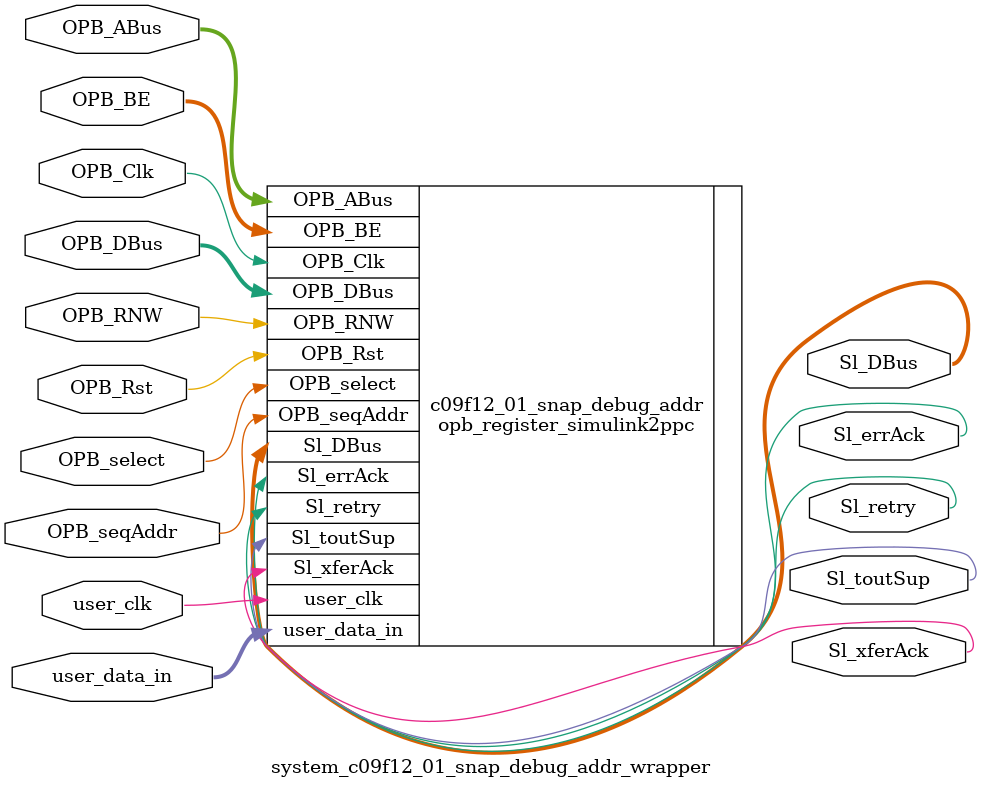
<source format=v>

module system_c09f12_01_snap_debug_addr_wrapper
  (
    OPB_Clk,
    OPB_Rst,
    Sl_DBus,
    Sl_errAck,
    Sl_retry,
    Sl_toutSup,
    Sl_xferAck,
    OPB_ABus,
    OPB_BE,
    OPB_DBus,
    OPB_RNW,
    OPB_select,
    OPB_seqAddr,
    user_data_in,
    user_clk
  );
  input OPB_Clk;
  input OPB_Rst;
  output [0:31] Sl_DBus;
  output Sl_errAck;
  output Sl_retry;
  output Sl_toutSup;
  output Sl_xferAck;
  input [0:31] OPB_ABus;
  input [0:3] OPB_BE;
  input [0:31] OPB_DBus;
  input OPB_RNW;
  input OPB_select;
  input OPB_seqAddr;
  input [31:0] user_data_in;
  input user_clk;

  opb_register_simulink2ppc
    #(
      .C_BASEADDR ( 32'h01094E00 ),
      .C_HIGHADDR ( 32'h01094EFF ),
      .C_OPB_AWIDTH ( 32 ),
      .C_OPB_DWIDTH ( 32 ),
      .C_FAMILY ( "virtex5" )
    )
    c09f12_01_snap_debug_addr (
      .OPB_Clk ( OPB_Clk ),
      .OPB_Rst ( OPB_Rst ),
      .Sl_DBus ( Sl_DBus ),
      .Sl_errAck ( Sl_errAck ),
      .Sl_retry ( Sl_retry ),
      .Sl_toutSup ( Sl_toutSup ),
      .Sl_xferAck ( Sl_xferAck ),
      .OPB_ABus ( OPB_ABus ),
      .OPB_BE ( OPB_BE ),
      .OPB_DBus ( OPB_DBus ),
      .OPB_RNW ( OPB_RNW ),
      .OPB_select ( OPB_select ),
      .OPB_seqAddr ( OPB_seqAddr ),
      .user_data_in ( user_data_in ),
      .user_clk ( user_clk )
    );

endmodule


</source>
